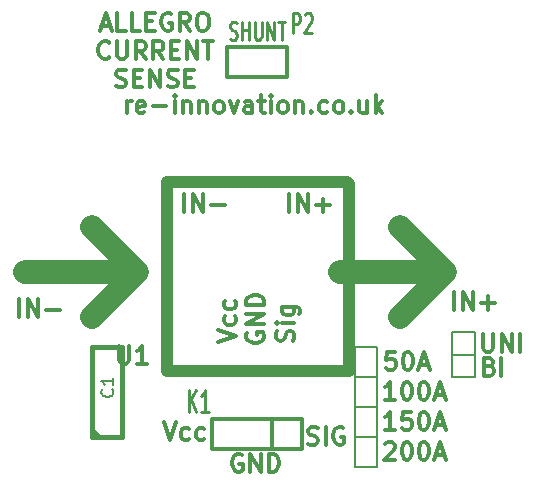
<source format=gto>
G04 (created by PCBNEW (2013-07-07 BZR 4022)-stable) date 12/08/2014 12:32:08*
%MOIN*%
G04 Gerber Fmt 3.4, Leading zero omitted, Abs format*
%FSLAX34Y34*%
G01*
G70*
G90*
G04 APERTURE LIST*
%ADD10C,0.00590551*%
%ADD11C,0.00787402*%
%ADD12C,0.011811*%
%ADD13C,0.0787402*%
%ADD14C,0.0393701*%
%ADD15C,0.012*%
%ADD16C,0.015*%
%ADD17C,0.0106*%
%ADD18C,0.0107*%
%ADD19C,0.01*%
%ADD20C,0.008*%
G04 APERTURE END LIST*
G54D10*
G54D11*
X31500Y-22000D02*
X32250Y-22000D01*
X31500Y-22000D02*
X31500Y-20500D01*
X32250Y-21250D02*
X31500Y-21250D01*
X32250Y-20500D02*
X32250Y-22000D01*
X31500Y-20500D02*
X32250Y-20500D01*
X29000Y-24000D02*
X28250Y-24000D01*
X29000Y-23000D02*
X28250Y-23000D01*
X29000Y-22000D02*
X28250Y-22000D01*
X28250Y-21000D02*
X28500Y-21000D01*
X28250Y-25000D02*
X28250Y-21000D01*
X29000Y-25000D02*
X28250Y-25000D01*
X29000Y-21000D02*
X29000Y-25000D01*
X28500Y-21000D02*
X29000Y-21000D01*
G54D12*
X32751Y-21629D02*
X32835Y-21657D01*
X32864Y-21685D01*
X32892Y-21742D01*
X32892Y-21826D01*
X32864Y-21882D01*
X32835Y-21910D01*
X32779Y-21939D01*
X32554Y-21939D01*
X32554Y-21348D01*
X32751Y-21348D01*
X32807Y-21376D01*
X32835Y-21404D01*
X32864Y-21460D01*
X32864Y-21517D01*
X32835Y-21573D01*
X32807Y-21601D01*
X32751Y-21629D01*
X32554Y-21629D01*
X33145Y-21939D02*
X33145Y-21348D01*
X32531Y-20548D02*
X32531Y-21026D01*
X32559Y-21082D01*
X32587Y-21110D01*
X32643Y-21139D01*
X32756Y-21139D01*
X32812Y-21110D01*
X32840Y-21082D01*
X32868Y-21026D01*
X32868Y-20548D01*
X33150Y-21139D02*
X33150Y-20548D01*
X33487Y-21139D01*
X33487Y-20548D01*
X33768Y-21139D02*
X33768Y-20548D01*
X29265Y-24204D02*
X29293Y-24176D01*
X29350Y-24148D01*
X29490Y-24148D01*
X29546Y-24176D01*
X29575Y-24204D01*
X29603Y-24260D01*
X29603Y-24317D01*
X29575Y-24401D01*
X29237Y-24739D01*
X29603Y-24739D01*
X29968Y-24148D02*
X30025Y-24148D01*
X30081Y-24176D01*
X30109Y-24204D01*
X30137Y-24260D01*
X30165Y-24373D01*
X30165Y-24514D01*
X30137Y-24626D01*
X30109Y-24682D01*
X30081Y-24710D01*
X30025Y-24739D01*
X29968Y-24739D01*
X29912Y-24710D01*
X29884Y-24682D01*
X29856Y-24626D01*
X29828Y-24514D01*
X29828Y-24373D01*
X29856Y-24260D01*
X29884Y-24204D01*
X29912Y-24176D01*
X29968Y-24148D01*
X30531Y-24148D02*
X30587Y-24148D01*
X30643Y-24176D01*
X30671Y-24204D01*
X30699Y-24260D01*
X30728Y-24373D01*
X30728Y-24514D01*
X30699Y-24626D01*
X30671Y-24682D01*
X30643Y-24710D01*
X30587Y-24739D01*
X30531Y-24739D01*
X30474Y-24710D01*
X30446Y-24682D01*
X30418Y-24626D01*
X30390Y-24514D01*
X30390Y-24373D01*
X30418Y-24260D01*
X30446Y-24204D01*
X30474Y-24176D01*
X30531Y-24148D01*
X30953Y-24570D02*
X31234Y-24570D01*
X30896Y-24739D02*
X31093Y-24148D01*
X31290Y-24739D01*
X29603Y-23739D02*
X29265Y-23739D01*
X29434Y-23739D02*
X29434Y-23148D01*
X29378Y-23232D01*
X29321Y-23289D01*
X29265Y-23317D01*
X30137Y-23148D02*
X29856Y-23148D01*
X29828Y-23429D01*
X29856Y-23401D01*
X29912Y-23373D01*
X30053Y-23373D01*
X30109Y-23401D01*
X30137Y-23429D01*
X30165Y-23485D01*
X30165Y-23626D01*
X30137Y-23682D01*
X30109Y-23710D01*
X30053Y-23739D01*
X29912Y-23739D01*
X29856Y-23710D01*
X29828Y-23682D01*
X30531Y-23148D02*
X30587Y-23148D01*
X30643Y-23176D01*
X30671Y-23204D01*
X30699Y-23260D01*
X30728Y-23373D01*
X30728Y-23514D01*
X30699Y-23626D01*
X30671Y-23682D01*
X30643Y-23710D01*
X30587Y-23739D01*
X30531Y-23739D01*
X30474Y-23710D01*
X30446Y-23682D01*
X30418Y-23626D01*
X30390Y-23514D01*
X30390Y-23373D01*
X30418Y-23260D01*
X30446Y-23204D01*
X30474Y-23176D01*
X30531Y-23148D01*
X30953Y-23570D02*
X31234Y-23570D01*
X30896Y-23739D02*
X31093Y-23148D01*
X31290Y-23739D01*
X29603Y-22739D02*
X29265Y-22739D01*
X29434Y-22739D02*
X29434Y-22148D01*
X29378Y-22232D01*
X29321Y-22289D01*
X29265Y-22317D01*
X29968Y-22148D02*
X30025Y-22148D01*
X30081Y-22176D01*
X30109Y-22204D01*
X30137Y-22260D01*
X30165Y-22373D01*
X30165Y-22514D01*
X30137Y-22626D01*
X30109Y-22682D01*
X30081Y-22710D01*
X30025Y-22739D01*
X29968Y-22739D01*
X29912Y-22710D01*
X29884Y-22682D01*
X29856Y-22626D01*
X29828Y-22514D01*
X29828Y-22373D01*
X29856Y-22260D01*
X29884Y-22204D01*
X29912Y-22176D01*
X29968Y-22148D01*
X30531Y-22148D02*
X30587Y-22148D01*
X30643Y-22176D01*
X30671Y-22204D01*
X30699Y-22260D01*
X30728Y-22373D01*
X30728Y-22514D01*
X30699Y-22626D01*
X30671Y-22682D01*
X30643Y-22710D01*
X30587Y-22739D01*
X30531Y-22739D01*
X30474Y-22710D01*
X30446Y-22682D01*
X30418Y-22626D01*
X30390Y-22514D01*
X30390Y-22373D01*
X30418Y-22260D01*
X30446Y-22204D01*
X30474Y-22176D01*
X30531Y-22148D01*
X30953Y-22570D02*
X31234Y-22570D01*
X30896Y-22739D02*
X31093Y-22148D01*
X31290Y-22739D01*
X29606Y-21148D02*
X29325Y-21148D01*
X29296Y-21429D01*
X29325Y-21401D01*
X29381Y-21373D01*
X29521Y-21373D01*
X29578Y-21401D01*
X29606Y-21429D01*
X29634Y-21485D01*
X29634Y-21626D01*
X29606Y-21682D01*
X29578Y-21710D01*
X29521Y-21739D01*
X29381Y-21739D01*
X29325Y-21710D01*
X29296Y-21682D01*
X30000Y-21148D02*
X30056Y-21148D01*
X30112Y-21176D01*
X30140Y-21204D01*
X30168Y-21260D01*
X30196Y-21373D01*
X30196Y-21514D01*
X30168Y-21626D01*
X30140Y-21682D01*
X30112Y-21710D01*
X30056Y-21739D01*
X30000Y-21739D01*
X29943Y-21710D01*
X29915Y-21682D01*
X29887Y-21626D01*
X29859Y-21514D01*
X29859Y-21373D01*
X29887Y-21260D01*
X29915Y-21204D01*
X29943Y-21176D01*
X30000Y-21148D01*
X30421Y-21570D02*
X30703Y-21570D01*
X30365Y-21739D02*
X30562Y-21148D01*
X30759Y-21739D01*
X17075Y-19989D02*
X17075Y-19398D01*
X17356Y-19989D02*
X17356Y-19398D01*
X17693Y-19989D01*
X17693Y-19398D01*
X17974Y-19764D02*
X18424Y-19764D01*
X31575Y-19739D02*
X31575Y-19148D01*
X31856Y-19739D02*
X31856Y-19148D01*
X32193Y-19739D01*
X32193Y-19148D01*
X32474Y-19514D02*
X32924Y-19514D01*
X32699Y-19739D02*
X32699Y-19289D01*
G54D13*
X27750Y-18500D02*
X31250Y-18500D01*
X31250Y-18500D02*
X29750Y-17000D01*
X31250Y-18500D02*
X29750Y-20000D01*
X21000Y-18500D02*
X19500Y-20000D01*
X21000Y-18500D02*
X19500Y-17000D01*
X17250Y-18500D02*
X20750Y-18500D01*
G54D12*
X20653Y-13189D02*
X20653Y-12795D01*
X20653Y-12907D02*
X20681Y-12851D01*
X20709Y-12823D01*
X20766Y-12795D01*
X20822Y-12795D01*
X21244Y-13160D02*
X21187Y-13189D01*
X21075Y-13189D01*
X21019Y-13160D01*
X20991Y-13104D01*
X20991Y-12879D01*
X21019Y-12823D01*
X21075Y-12795D01*
X21187Y-12795D01*
X21244Y-12823D01*
X21272Y-12879D01*
X21272Y-12935D01*
X20991Y-12992D01*
X21525Y-12964D02*
X21975Y-12964D01*
X22256Y-13189D02*
X22256Y-12795D01*
X22256Y-12598D02*
X22228Y-12626D01*
X22256Y-12654D01*
X22284Y-12626D01*
X22256Y-12598D01*
X22256Y-12654D01*
X22537Y-12795D02*
X22537Y-13189D01*
X22537Y-12851D02*
X22565Y-12823D01*
X22622Y-12795D01*
X22706Y-12795D01*
X22762Y-12823D01*
X22790Y-12879D01*
X22790Y-13189D01*
X23072Y-12795D02*
X23072Y-13189D01*
X23072Y-12851D02*
X23100Y-12823D01*
X23156Y-12795D01*
X23240Y-12795D01*
X23297Y-12823D01*
X23325Y-12879D01*
X23325Y-13189D01*
X23690Y-13189D02*
X23634Y-13160D01*
X23606Y-13132D01*
X23578Y-13076D01*
X23578Y-12907D01*
X23606Y-12851D01*
X23634Y-12823D01*
X23690Y-12795D01*
X23775Y-12795D01*
X23831Y-12823D01*
X23859Y-12851D01*
X23887Y-12907D01*
X23887Y-13076D01*
X23859Y-13132D01*
X23831Y-13160D01*
X23775Y-13189D01*
X23690Y-13189D01*
X24084Y-12795D02*
X24225Y-13189D01*
X24365Y-12795D01*
X24843Y-13189D02*
X24843Y-12879D01*
X24815Y-12823D01*
X24759Y-12795D01*
X24646Y-12795D01*
X24590Y-12823D01*
X24843Y-13160D02*
X24787Y-13189D01*
X24646Y-13189D01*
X24590Y-13160D01*
X24562Y-13104D01*
X24562Y-13048D01*
X24590Y-12992D01*
X24646Y-12964D01*
X24787Y-12964D01*
X24843Y-12935D01*
X25040Y-12795D02*
X25265Y-12795D01*
X25124Y-12598D02*
X25124Y-13104D01*
X25153Y-13160D01*
X25209Y-13189D01*
X25265Y-13189D01*
X25462Y-13189D02*
X25462Y-12795D01*
X25462Y-12598D02*
X25434Y-12626D01*
X25462Y-12654D01*
X25490Y-12626D01*
X25462Y-12598D01*
X25462Y-12654D01*
X25828Y-13189D02*
X25771Y-13160D01*
X25743Y-13132D01*
X25715Y-13076D01*
X25715Y-12907D01*
X25743Y-12851D01*
X25771Y-12823D01*
X25828Y-12795D01*
X25912Y-12795D01*
X25968Y-12823D01*
X25996Y-12851D01*
X26024Y-12907D01*
X26024Y-13076D01*
X25996Y-13132D01*
X25968Y-13160D01*
X25912Y-13189D01*
X25828Y-13189D01*
X26277Y-12795D02*
X26277Y-13189D01*
X26277Y-12851D02*
X26306Y-12823D01*
X26362Y-12795D01*
X26446Y-12795D01*
X26502Y-12823D01*
X26531Y-12879D01*
X26531Y-13189D01*
X26812Y-13132D02*
X26840Y-13160D01*
X26812Y-13189D01*
X26784Y-13160D01*
X26812Y-13132D01*
X26812Y-13189D01*
X27346Y-13160D02*
X27290Y-13189D01*
X27177Y-13189D01*
X27121Y-13160D01*
X27093Y-13132D01*
X27065Y-13076D01*
X27065Y-12907D01*
X27093Y-12851D01*
X27121Y-12823D01*
X27177Y-12795D01*
X27290Y-12795D01*
X27346Y-12823D01*
X27684Y-13189D02*
X27627Y-13160D01*
X27599Y-13132D01*
X27571Y-13076D01*
X27571Y-12907D01*
X27599Y-12851D01*
X27627Y-12823D01*
X27684Y-12795D01*
X27768Y-12795D01*
X27824Y-12823D01*
X27852Y-12851D01*
X27880Y-12907D01*
X27880Y-13076D01*
X27852Y-13132D01*
X27824Y-13160D01*
X27768Y-13189D01*
X27684Y-13189D01*
X28133Y-13132D02*
X28162Y-13160D01*
X28133Y-13189D01*
X28105Y-13160D01*
X28133Y-13132D01*
X28133Y-13189D01*
X28668Y-12795D02*
X28668Y-13189D01*
X28415Y-12795D02*
X28415Y-13104D01*
X28443Y-13160D01*
X28499Y-13189D01*
X28583Y-13189D01*
X28640Y-13160D01*
X28668Y-13132D01*
X28949Y-13189D02*
X28949Y-12598D01*
X29005Y-12964D02*
X29174Y-13189D01*
X29174Y-12795D02*
X28949Y-13020D01*
X19814Y-10270D02*
X20095Y-10270D01*
X19758Y-10439D02*
X19954Y-9848D01*
X20151Y-10439D01*
X20629Y-10439D02*
X20348Y-10439D01*
X20348Y-9848D01*
X21107Y-10439D02*
X20826Y-10439D01*
X20826Y-9848D01*
X21304Y-10129D02*
X21501Y-10129D01*
X21585Y-10439D02*
X21304Y-10439D01*
X21304Y-9848D01*
X21585Y-9848D01*
X22148Y-9876D02*
X22092Y-9848D01*
X22007Y-9848D01*
X21923Y-9876D01*
X21867Y-9932D01*
X21839Y-9989D01*
X21810Y-10101D01*
X21810Y-10185D01*
X21839Y-10298D01*
X21867Y-10354D01*
X21923Y-10410D01*
X22007Y-10439D01*
X22064Y-10439D01*
X22148Y-10410D01*
X22176Y-10382D01*
X22176Y-10185D01*
X22064Y-10185D01*
X22767Y-10439D02*
X22570Y-10157D01*
X22429Y-10439D02*
X22429Y-9848D01*
X22654Y-9848D01*
X22710Y-9876D01*
X22738Y-9904D01*
X22767Y-9960D01*
X22767Y-10045D01*
X22738Y-10101D01*
X22710Y-10129D01*
X22654Y-10157D01*
X22429Y-10157D01*
X23132Y-9848D02*
X23245Y-9848D01*
X23301Y-9876D01*
X23357Y-9932D01*
X23385Y-10045D01*
X23385Y-10242D01*
X23357Y-10354D01*
X23301Y-10410D01*
X23245Y-10439D01*
X23132Y-10439D01*
X23076Y-10410D01*
X23020Y-10354D01*
X22992Y-10242D01*
X22992Y-10045D01*
X23020Y-9932D01*
X23076Y-9876D01*
X23132Y-9848D01*
X20081Y-11327D02*
X20053Y-11355D01*
X19968Y-11383D01*
X19912Y-11383D01*
X19828Y-11355D01*
X19772Y-11299D01*
X19743Y-11243D01*
X19715Y-11130D01*
X19715Y-11046D01*
X19743Y-10933D01*
X19772Y-10877D01*
X19828Y-10821D01*
X19912Y-10793D01*
X19968Y-10793D01*
X20053Y-10821D01*
X20081Y-10849D01*
X20334Y-10793D02*
X20334Y-11271D01*
X20362Y-11327D01*
X20390Y-11355D01*
X20447Y-11383D01*
X20559Y-11383D01*
X20615Y-11355D01*
X20643Y-11327D01*
X20671Y-11271D01*
X20671Y-10793D01*
X21290Y-11383D02*
X21093Y-11102D01*
X20953Y-11383D02*
X20953Y-10793D01*
X21178Y-10793D01*
X21234Y-10821D01*
X21262Y-10849D01*
X21290Y-10905D01*
X21290Y-10990D01*
X21262Y-11046D01*
X21234Y-11074D01*
X21178Y-11102D01*
X20953Y-11102D01*
X21881Y-11383D02*
X21684Y-11102D01*
X21543Y-11383D02*
X21543Y-10793D01*
X21768Y-10793D01*
X21824Y-10821D01*
X21853Y-10849D01*
X21881Y-10905D01*
X21881Y-10990D01*
X21853Y-11046D01*
X21824Y-11074D01*
X21768Y-11102D01*
X21543Y-11102D01*
X22134Y-11074D02*
X22331Y-11074D01*
X22415Y-11383D02*
X22134Y-11383D01*
X22134Y-10793D01*
X22415Y-10793D01*
X22668Y-11383D02*
X22668Y-10793D01*
X23006Y-11383D01*
X23006Y-10793D01*
X23202Y-10793D02*
X23540Y-10793D01*
X23371Y-11383D02*
X23371Y-10793D01*
X20306Y-12300D02*
X20390Y-12328D01*
X20531Y-12328D01*
X20587Y-12300D01*
X20615Y-12272D01*
X20643Y-12216D01*
X20643Y-12160D01*
X20615Y-12103D01*
X20587Y-12075D01*
X20531Y-12047D01*
X20418Y-12019D01*
X20362Y-11991D01*
X20334Y-11963D01*
X20306Y-11906D01*
X20306Y-11850D01*
X20334Y-11794D01*
X20362Y-11766D01*
X20418Y-11738D01*
X20559Y-11738D01*
X20643Y-11766D01*
X20896Y-12019D02*
X21093Y-12019D01*
X21178Y-12328D02*
X20896Y-12328D01*
X20896Y-11738D01*
X21178Y-11738D01*
X21431Y-12328D02*
X21431Y-11738D01*
X21768Y-12328D01*
X21768Y-11738D01*
X22021Y-12300D02*
X22106Y-12328D01*
X22246Y-12328D01*
X22303Y-12300D01*
X22331Y-12272D01*
X22359Y-12216D01*
X22359Y-12160D01*
X22331Y-12103D01*
X22303Y-12075D01*
X22246Y-12047D01*
X22134Y-12019D01*
X22078Y-11991D01*
X22049Y-11963D01*
X22021Y-11906D01*
X22021Y-11850D01*
X22049Y-11794D01*
X22078Y-11766D01*
X22134Y-11738D01*
X22274Y-11738D01*
X22359Y-11766D01*
X22612Y-12019D02*
X22809Y-12019D01*
X22893Y-12328D02*
X22612Y-12328D01*
X22612Y-11738D01*
X22893Y-11738D01*
X24500Y-24576D02*
X24443Y-24548D01*
X24359Y-24548D01*
X24275Y-24576D01*
X24218Y-24632D01*
X24190Y-24689D01*
X24162Y-24801D01*
X24162Y-24885D01*
X24190Y-24998D01*
X24218Y-25054D01*
X24275Y-25110D01*
X24359Y-25139D01*
X24415Y-25139D01*
X24500Y-25110D01*
X24528Y-25082D01*
X24528Y-24885D01*
X24415Y-24885D01*
X24781Y-25139D02*
X24781Y-24548D01*
X25118Y-25139D01*
X25118Y-24548D01*
X25399Y-25139D02*
X25399Y-24548D01*
X25540Y-24548D01*
X25624Y-24576D01*
X25681Y-24632D01*
X25709Y-24689D01*
X25737Y-24801D01*
X25737Y-24885D01*
X25709Y-24998D01*
X25681Y-25054D01*
X25624Y-25110D01*
X25540Y-25139D01*
X25399Y-25139D01*
X26695Y-24210D02*
X26779Y-24239D01*
X26920Y-24239D01*
X26976Y-24210D01*
X27004Y-24182D01*
X27032Y-24126D01*
X27032Y-24070D01*
X27004Y-24014D01*
X26976Y-23985D01*
X26920Y-23957D01*
X26807Y-23929D01*
X26751Y-23901D01*
X26723Y-23873D01*
X26695Y-23817D01*
X26695Y-23760D01*
X26723Y-23704D01*
X26751Y-23676D01*
X26807Y-23648D01*
X26948Y-23648D01*
X27032Y-23676D01*
X27285Y-24239D02*
X27285Y-23648D01*
X27876Y-23676D02*
X27820Y-23648D01*
X27735Y-23648D01*
X27651Y-23676D01*
X27595Y-23732D01*
X27567Y-23789D01*
X27539Y-23901D01*
X27539Y-23985D01*
X27567Y-24098D01*
X27595Y-24154D01*
X27651Y-24210D01*
X27735Y-24239D01*
X27792Y-24239D01*
X27876Y-24210D01*
X27904Y-24182D01*
X27904Y-23985D01*
X27792Y-23985D01*
X21896Y-23498D02*
X22093Y-24089D01*
X22290Y-23498D01*
X22740Y-24060D02*
X22684Y-24089D01*
X22571Y-24089D01*
X22515Y-24060D01*
X22487Y-24032D01*
X22459Y-23976D01*
X22459Y-23807D01*
X22487Y-23751D01*
X22515Y-23723D01*
X22571Y-23695D01*
X22684Y-23695D01*
X22740Y-23723D01*
X23246Y-24060D02*
X23190Y-24089D01*
X23078Y-24089D01*
X23021Y-24060D01*
X22993Y-24032D01*
X22965Y-23976D01*
X22965Y-23807D01*
X22993Y-23751D01*
X23021Y-23723D01*
X23078Y-23695D01*
X23190Y-23695D01*
X23246Y-23723D01*
G54D14*
X22000Y-15500D02*
X22000Y-21800D01*
X28050Y-21800D02*
X28050Y-15550D01*
X22000Y-15500D02*
X28000Y-15500D01*
X28000Y-21800D02*
X22000Y-21800D01*
G54D15*
X26500Y-23400D02*
X26500Y-24400D01*
X26500Y-24400D02*
X23500Y-24400D01*
X23500Y-24400D02*
X23500Y-23400D01*
X23500Y-23400D02*
X26500Y-23400D01*
X25500Y-24400D02*
X25500Y-23400D01*
X24000Y-12000D02*
X24000Y-11000D01*
X24000Y-11000D02*
X26000Y-11000D01*
X26000Y-11000D02*
X26000Y-12000D01*
X26000Y-12000D02*
X24000Y-12000D01*
G54D16*
X19500Y-24000D02*
X20500Y-24000D01*
X20500Y-24000D02*
X20500Y-21000D01*
X20500Y-21000D02*
X19500Y-21000D01*
X19500Y-21000D02*
X19500Y-24000D01*
G54D15*
X19750Y-24000D02*
X19500Y-23750D01*
X20392Y-20942D02*
X20392Y-21428D01*
X20421Y-21485D01*
X20450Y-21514D01*
X20507Y-21542D01*
X20621Y-21542D01*
X20678Y-21514D01*
X20707Y-21485D01*
X20735Y-21428D01*
X20735Y-20942D01*
X21335Y-21542D02*
X20992Y-21542D01*
X21164Y-21542D02*
X21164Y-20942D01*
X21107Y-21028D01*
X21050Y-21085D01*
X20992Y-21114D01*
X22564Y-16492D02*
X22564Y-15892D01*
X22850Y-16492D02*
X22850Y-15892D01*
X23192Y-16492D01*
X23192Y-15892D01*
X23478Y-16264D02*
X23935Y-16264D01*
X26064Y-16492D02*
X26064Y-15892D01*
X26350Y-16492D02*
X26350Y-15892D01*
X26692Y-16492D01*
X26692Y-15892D01*
X26978Y-16264D02*
X27435Y-16264D01*
X27207Y-16492D02*
X27207Y-16035D01*
X26214Y-20785D02*
X26242Y-20700D01*
X26242Y-20557D01*
X26214Y-20500D01*
X26185Y-20471D01*
X26128Y-20442D01*
X26071Y-20442D01*
X26014Y-20471D01*
X25985Y-20500D01*
X25957Y-20557D01*
X25928Y-20671D01*
X25900Y-20728D01*
X25871Y-20757D01*
X25814Y-20785D01*
X25757Y-20785D01*
X25700Y-20757D01*
X25671Y-20728D01*
X25642Y-20671D01*
X25642Y-20528D01*
X25671Y-20442D01*
X26242Y-20185D02*
X25842Y-20185D01*
X25642Y-20185D02*
X25671Y-20214D01*
X25700Y-20185D01*
X25671Y-20157D01*
X25642Y-20185D01*
X25700Y-20185D01*
X25842Y-19642D02*
X26328Y-19642D01*
X26385Y-19671D01*
X26414Y-19700D01*
X26442Y-19757D01*
X26442Y-19842D01*
X26414Y-19900D01*
X26214Y-19642D02*
X26242Y-19700D01*
X26242Y-19814D01*
X26214Y-19871D01*
X26185Y-19900D01*
X26128Y-19928D01*
X25957Y-19928D01*
X25900Y-19900D01*
X25871Y-19871D01*
X25842Y-19814D01*
X25842Y-19700D01*
X25871Y-19642D01*
X24671Y-20507D02*
X24642Y-20564D01*
X24642Y-20649D01*
X24671Y-20735D01*
X24728Y-20792D01*
X24785Y-20821D01*
X24900Y-20849D01*
X24985Y-20849D01*
X25100Y-20821D01*
X25157Y-20792D01*
X25214Y-20735D01*
X25242Y-20649D01*
X25242Y-20592D01*
X25214Y-20507D01*
X25185Y-20478D01*
X24985Y-20478D01*
X24985Y-20592D01*
X25242Y-20221D02*
X24642Y-20221D01*
X25242Y-19878D01*
X24642Y-19878D01*
X25242Y-19592D02*
X24642Y-19592D01*
X24642Y-19450D01*
X24671Y-19364D01*
X24728Y-19307D01*
X24785Y-19278D01*
X24900Y-19250D01*
X24985Y-19250D01*
X25100Y-19278D01*
X25157Y-19307D01*
X25214Y-19364D01*
X25242Y-19450D01*
X25242Y-19592D01*
X23692Y-20814D02*
X24292Y-20614D01*
X23692Y-20414D01*
X24264Y-19957D02*
X24292Y-20014D01*
X24292Y-20128D01*
X24264Y-20185D01*
X24235Y-20214D01*
X24178Y-20242D01*
X24007Y-20242D01*
X23950Y-20214D01*
X23921Y-20185D01*
X23892Y-20128D01*
X23892Y-20014D01*
X23921Y-19957D01*
X24264Y-19442D02*
X24292Y-19500D01*
X24292Y-19614D01*
X24264Y-19671D01*
X24235Y-19700D01*
X24178Y-19728D01*
X24007Y-19728D01*
X23950Y-19700D01*
X23921Y-19671D01*
X23892Y-19614D01*
X23892Y-19500D01*
X23921Y-19442D01*
G54D17*
X22737Y-23135D02*
X22737Y-22430D01*
X22979Y-23135D02*
X22797Y-22732D01*
X22979Y-22430D02*
X22737Y-22833D01*
X23383Y-23135D02*
X23140Y-23135D01*
X23262Y-23135D02*
X23262Y-22430D01*
X23221Y-22531D01*
X23181Y-22598D01*
X23140Y-22631D01*
G54D18*
X26184Y-10525D02*
X26184Y-9844D01*
X26347Y-9844D01*
X26387Y-9877D01*
X26408Y-9909D01*
X26428Y-9974D01*
X26428Y-10071D01*
X26408Y-10136D01*
X26387Y-10168D01*
X26347Y-10201D01*
X26184Y-10201D01*
X26591Y-9909D02*
X26612Y-9877D01*
X26652Y-9844D01*
X26754Y-9844D01*
X26795Y-9877D01*
X26815Y-9909D01*
X26836Y-9974D01*
X26836Y-10039D01*
X26815Y-10136D01*
X26571Y-10525D01*
X26836Y-10525D01*
G54D19*
X24104Y-10714D02*
X24161Y-10742D01*
X24257Y-10742D01*
X24295Y-10714D01*
X24314Y-10685D01*
X24333Y-10628D01*
X24333Y-10571D01*
X24314Y-10514D01*
X24295Y-10485D01*
X24257Y-10457D01*
X24180Y-10428D01*
X24142Y-10400D01*
X24123Y-10371D01*
X24104Y-10314D01*
X24104Y-10257D01*
X24123Y-10200D01*
X24142Y-10171D01*
X24180Y-10142D01*
X24276Y-10142D01*
X24333Y-10171D01*
X24504Y-10742D02*
X24504Y-10142D01*
X24504Y-10428D02*
X24733Y-10428D01*
X24733Y-10742D02*
X24733Y-10142D01*
X24923Y-10142D02*
X24923Y-10628D01*
X24942Y-10685D01*
X24961Y-10714D01*
X25000Y-10742D01*
X25076Y-10742D01*
X25114Y-10714D01*
X25133Y-10685D01*
X25152Y-10628D01*
X25152Y-10142D01*
X25342Y-10742D02*
X25342Y-10142D01*
X25571Y-10742D01*
X25571Y-10142D01*
X25704Y-10142D02*
X25933Y-10142D01*
X25819Y-10742D02*
X25819Y-10142D01*
G54D20*
X20173Y-22391D02*
X20192Y-22410D01*
X20211Y-22467D01*
X20211Y-22505D01*
X20192Y-22563D01*
X20154Y-22601D01*
X20116Y-22620D01*
X20040Y-22639D01*
X19983Y-22639D01*
X19907Y-22620D01*
X19869Y-22601D01*
X19830Y-22563D01*
X19811Y-22505D01*
X19811Y-22467D01*
X19830Y-22410D01*
X19850Y-22391D01*
X20211Y-22010D02*
X20211Y-22239D01*
X20211Y-22124D02*
X19811Y-22124D01*
X19869Y-22163D01*
X19907Y-22201D01*
X19926Y-22239D01*
M02*

</source>
